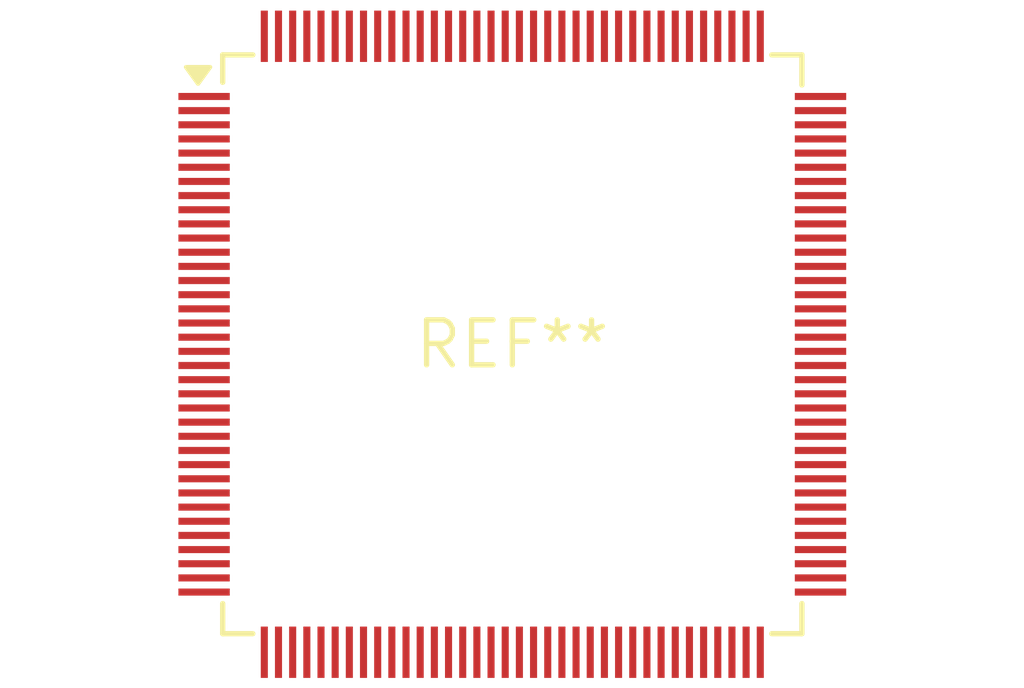
<source format=kicad_pcb>
(kicad_pcb (version 20240108) (generator pcbnew)
  (layers (0 "F.Cu" signal) (31 "B.Cu" signal) (34 "B.Paste" user) (35 "F.Paste" user) (36 "B.SilkS" user "B.Silkscreen") (37 "F.SilkS" user "F.Silkscreen") (38 "B.Mask" user) (39 "F.Mask" user) (44 "Edge.Cuts" user))
  (net 0 "")
  (footprint "TQFP-144_16x16mm_P0.4mm" (layer "F.Cu") (at 0 0)
    (property "Reference" "REF**")
    (property "Value" "TQFP-144_16x16mm_P0.4mm")
    (fp_line (start -8.175 -8.175) (end -8.175 -7.4) (layer "F.SilkS") (stroke (width 0.15)))
    (fp_line (start -8.175 -8.175) (end -7.325 -8.175) (layer "F.SilkS") (stroke (width 0.15)))
    (fp_line (start -8.175 8.175) (end -8.175 7.325) (layer "F.SilkS") (stroke (width 0.15)))
    (fp_line (start -8.175 8.175) (end -7.325 8.175) (layer "F.SilkS") (stroke (width 0.15)))
    (fp_line (start 8.175 -8.175) (end 7.325 -8.175) (layer "F.SilkS") (stroke (width 0.15)))
    (fp_line (start 8.175 -8.175) (end 8.175 -7.325) (layer "F.SilkS") (stroke (width 0.15)))
    (fp_line (start 8.175 8.175) (end 7.325 8.175) (layer "F.SilkS") (stroke (width 0.15)))
    (fp_line (start 8.175 8.175) (end 8.175 7.325) (layer "F.SilkS") (stroke (width 0.15)))
    (fp_poly (pts (xy -8.87 -7.36) (xy -9.21 -7.83) (xy -8.53 -7.83) (xy -8.87 -7.36)) (layer "F.SilkS") (stroke (width 0.12)) (fill solid))
    (pad "1" smd rect (at -8.7 -7) (size 1.45 0.2) (layers "F.Cu" "F.Paste" "F.Mask"))
    (pad "2" smd rect (at -8.7 -6.6) (size 1.45 0.2) (layers "F.Cu" "F.Paste" "F.Mask"))
    (pad "3" smd rect (at -8.7 -6.2) (size 1.45 0.2) (layers "F.Cu" "F.Paste" "F.Mask"))
    (pad "4" smd rect (at -8.7 -5.8) (size 1.45 0.2) (layers "F.Cu" "F.Paste" "F.Mask"))
    (pad "5" smd rect (at -8.7 -5.4) (size 1.45 0.2) (layers "F.Cu" "F.Paste" "F.Mask"))
    (pad "6" smd rect (at -8.7 -5) (size 1.45 0.2) (layers "F.Cu" "F.Paste" "F.Mask"))
    (pad "7" smd rect (at -8.7 -4.6) (size 1.45 0.2) (layers "F.Cu" "F.Paste" "F.Mask"))
    (pad "8" smd rect (at -8.7 -4.2) (size 1.45 0.2) (layers "F.Cu" "F.Paste" "F.Mask"))
    (pad "9" smd rect (at -8.7 -3.8) (size 1.45 0.2) (layers "F.Cu" "F.Paste" "F.Mask"))
    (pad "10" smd rect (at -8.7 -3.4) (size 1.45 0.2) (layers "F.Cu" "F.Paste" "F.Mask"))
    (pad "11" smd rect (at -8.7 -3) (size 1.45 0.2) (layers "F.Cu" "F.Paste" "F.Mask"))
    (pad "12" smd rect (at -8.7 -2.6) (size 1.45 0.2) (layers "F.Cu" "F.Paste" "F.Mask"))
    (pad "13" smd rect (at -8.7 -2.2) (size 1.45 0.2) (layers "F.Cu" "F.Paste" "F.Mask"))
    (pad "14" smd rect (at -8.7 -1.8) (size 1.45 0.2) (layers "F.Cu" "F.Paste" "F.Mask"))
    (pad "15" smd rect (at -8.7 -1.4) (size 1.45 0.2) (layers "F.Cu" "F.Paste" "F.Mask"))
    (pad "16" smd rect (at -8.7 -1) (size 1.45 0.2) (layers "F.Cu" "F.Paste" "F.Mask"))
    (pad "17" smd rect (at -8.7 -0.6) (size 1.45 0.2) (layers "F.Cu" "F.Paste" "F.Mask"))
    (pad "18" smd rect (at -8.7 -0.2) (size 1.45 0.2) (layers "F.Cu" "F.Paste" "F.Mask"))
    (pad "19" smd rect (at -8.7 0.2) (size 1.45 0.2) (layers "F.Cu" "F.Paste" "F.Mask"))
    (pad "20" smd rect (at -8.7 0.6) (size 1.45 0.2) (layers "F.Cu" "F.Paste" "F.Mask"))
    (pad "21" smd rect (at -8.7 1) (size 1.45 0.2) (layers "F.Cu" "F.Paste" "F.Mask"))
    (pad "22" smd rect (at -8.7 1.4) (size 1.45 0.2) (layers "F.Cu" "F.Paste" "F.Mask"))
    (pad "23" smd rect (at -8.7 1.8) (size 1.45 0.2) (layers "F.Cu" "F.Paste" "F.Mask"))
    (pad "24" smd rect (at -8.7 2.2) (size 1.45 0.2) (layers "F.Cu" "F.Paste" "F.Mask"))
    (pad "25" smd rect (at -8.7 2.6) (size 1.45 0.2) (layers "F.Cu" "F.Paste" "F.Mask"))
    (pad "26" smd rect (at -8.7 3) (size 1.45 0.2) (layers "F.Cu" "F.Paste" "F.Mask"))
    (pad "27" smd rect (at -8.7 3.4) (size 1.45 0.2) (layers "F.Cu" "F.Paste" "F.Mask"))
    (pad "28" smd rect (at -8.7 3.8) (size 1.45 0.2) (layers "F.Cu" "F.Paste" "F.Mask"))
    (pad "29" smd rect (at -8.7 4.2) (size 1.45 0.2) (layers "F.Cu" "F.Paste" "F.Mask"))
    (pad "30" smd rect (at -8.7 4.6) (size 1.45 0.2) (layers "F.Cu" "F.Paste" "F.Mask"))
    (pad "31" smd rect (at -8.7 5) (size 1.45 0.2) (layers "F.Cu" "F.Paste" "F.Mask"))
    (pad "32" smd rect (at -8.7 5.4) (size 1.45 0.2) (layers "F.Cu" "F.Paste" "F.Mask"))
    (pad "33" smd rect (at -8.7 5.8) (size 1.45 0.2) (layers "F.Cu" "F.Paste" "F.Mask"))
    (pad "34" smd rect (at -8.7 6.2) (size 1.45 0.2) (layers "F.Cu" "F.Paste" "F.Mask"))
    (pad "35" smd rect (at -8.7 6.6) (size 1.45 0.2) (layers "F.Cu" "F.Paste" "F.Mask"))
    (pad "36" smd rect (at -8.7 7) (size 1.45 0.2) (layers "F.Cu" "F.Paste" "F.Mask"))
    (pad "37" smd rect (at -7 8.7 90) (size 1.45 0.2) (layers "F.Cu" "F.Paste" "F.Mask"))
    (pad "38" smd rect (at -6.6 8.7 90) (size 1.45 0.2) (layers "F.Cu" "F.Paste" "F.Mask"))
    (pad "39" smd rect (at -6.2 8.7 90) (size 1.45 0.2) (layers "F.Cu" "F.Paste" "F.Mask"))
    (pad "40" smd rect (at -5.8 8.7 90) (size 1.45 0.2) (layers "F.Cu" "F.Paste" "F.Mask"))
    (pad "41" smd rect (at -5.4 8.7 90) (size 1.45 0.2) (layers "F.Cu" "F.Paste" "F.Mask"))
    (pad "42" smd rect (at -5 8.7 90) (size 1.45 0.2) (layers "F.Cu" "F.Paste" "F.Mask"))
    (pad "43" smd rect (at -4.6 8.7 90) (size 1.45 0.2) (layers "F.Cu" "F.Paste" "F.Mask"))
    (pad "44" smd rect (at -4.2 8.7 90) (size 1.45 0.2) (layers "F.Cu" "F.Paste" "F.Mask"))
    (pad "45" smd rect (at -3.8 8.7 90) (size 1.45 0.2) (layers "F.Cu" "F.Paste" "F.Mask"))
    (pad "46" smd rect (at -3.4 8.7 90) (size 1.45 0.2) (layers "F.Cu" "F.Paste" "F.Mask"))
    (pad "47" smd rect (at -3 8.7 90) (size 1.45 0.2) (layers "F.Cu" "F.Paste" "F.Mask"))
    (pad "48" smd rect (at -2.6 8.7 90) (size 1.45 0.2) (layers "F.Cu" "F.Paste" "F.Mask"))
    (pad "49" smd rect (at -2.2 8.7 90) (size 1.45 0.2) (layers "F.Cu" "F.Paste" "F.Mask"))
    (pad "50" smd rect (at -1.8 8.7 90) (size 1.45 0.2) (layers "F.Cu" "F.Paste" "F.Mask"))
    (pad "51" smd rect (at -1.4 8.7 90) (size 1.45 0.2) (layers "F.Cu" "F.Paste" "F.Mask"))
    (pad "52" smd rect (at -1 8.7 90) (size 1.45 0.2) (layers "F.Cu" "F.Paste" "F.Mask"))
    (pad "53" smd rect (at -0.6 8.7 90) (size 1.45 0.2) (layers "F.Cu" "F.Paste" "F.Mask"))
    (pad "54" smd rect (at -0.2 8.7 90) (size 1.45 0.2) (layers "F.Cu" "F.Paste" "F.Mask"))
    (pad "55" smd rect (at 0.2 8.7 90) (size 1.45 0.2) (layers "F.Cu" "F.Paste" "F.Mask"))
    (pad "56" smd rect (at 0.6 8.7 90) (size 1.45 0.2) (layers "F.Cu" "F.Paste" "F.Mask"))
    (pad "57" smd rect (at 1 8.7 90) (size 1.45 0.2) (layers "F.Cu" "F.Paste" "F.Mask"))
    (pad "58" smd rect (at 1.4 8.7 90) (size 1.45 0.2) (layers "F.Cu" "F.Paste" "F.Mask"))
    (pad "59" smd rect (at 1.8 8.7 90) (size 1.45 0.2) (layers "F.Cu" "F.Paste" "F.Mask"))
    (pad "60" smd rect (at 2.2 8.7 90) (size 1.45 0.2) (layers "F.Cu" "F.Paste" "F.Mask"))
    (pad "61" smd rect (at 2.6 8.7 90) (size 1.45 0.2) (layers "F.Cu" "F.Paste" "F.Mask"))
    (pad "62" smd rect (at 3 8.7 90) (size 1.45 0.2) (layers "F.Cu" "F.Paste" "F.Mask"))
    (pad "63" smd rect (at 3.4 8.7 90) (size 1.45 0.2) (layers "F.Cu" "F.Paste" "F.Mask"))
    (pad "64" smd rect (at 3.8 8.7 90) (size 1.45 0.2) (layers "F.Cu" "F.Paste" "F.Mask"))
    (pad "65" smd rect (at 4.2 8.7 90) (size 1.45 0.2) (layers "F.Cu" "F.Paste" "F.Mask"))
    (pad "66" smd rect (at 4.6 8.7 90) (size 1.45 0.2) (layers "F.Cu" "F.Paste" "F.Mask"))
    (pad "67" smd rect (at 5 8.7 90) (size 1.45 0.2) (layers "F.Cu" "F.Paste" "F.Mask"))
    (pad "68" smd rect (at 5.4 8.7 90) (size 1.45 0.2) (layers "F.Cu" "F.Paste" "F.Mask"))
    (pad "69" smd rect (at 5.8 8.7 90) (size 1.45 0.2) (layers "F.Cu" "F.Paste" "F.Mask"))
    (pad "70" smd rect (at 6.2 8.7 90) (size 1.45 0.2) (layers "F.Cu" "F.Paste" "F.Mask"))
    (pad "71" smd rect (at 6.6 8.7 90) (size 1.45 0.2) (layers "F.Cu" "F.Paste" "F.Mask"))
    (pad "72" smd rect (at 7 8.7 90) (size 1.45 0.2) (layers "F.Cu" "F.Paste" "F.Mask"))
    (pad "73" smd rect (at 8.7 7) (size 1.45 0.2) (layers "F.Cu" "F.Paste" "F.Mask"))
    (pad "74" smd rect (at 8.7 6.6) (size 1.45 0.2) (layers "F.Cu" "F.Paste" "F.Mask"))
    (pad "75" smd rect (at 8.7 6.2) (size 1.45 0.2) (layers "F.Cu" "F.Paste" "F.Mask"))
    (pad "76" smd rect (at 8.7 5.8) (size 1.45 0.2) (layers "F.Cu" "F.Paste" "F.Mask"))
    (pad "77" smd rect (at 8.7 5.4) (size 1.45 0.2) (layers "F.Cu" "F.Paste" "F.Mask"))
    (pad "78" smd rect (at 8.7 5) (size 1.45 0.2) (layers "F.Cu" "F.Paste" "F.Mask"))
    (pad "79" smd rect (at 8.7 4.6) (size 1.45 0.2) (layers "F.Cu" "F.Paste" "F.Mask"))
    (pad "80" smd rect (at 8.7 4.2) (size 1.45 0.2) (layers "F.Cu" "F.Paste" "F.Mask"))
    (pad "81" smd rect (at 8.7 3.8) (size 1.45 0.2) (layers "F.Cu" "F.Paste" "F.Mask"))
    (pad "82" smd rect (at 8.7 3.4) (size 1.45 0.2) (layers "F.Cu" "F.Paste" "F.Mask"))
    (pad "83" smd rect (at 8.7 3) (size 1.45 0.2) (layers "F.Cu" "F.Paste" "F.Mask"))
    (pad "84" smd rect (at 8.7 2.6) (size 1.45 0.2) (layers "F.Cu" "F.Paste" "F.Mask"))
    (pad "85" smd rect (at 8.7 2.2) (size 1.45 0.2) (layers "F.Cu" "F.Paste" "F.Mask"))
    (pad "86" smd rect (at 8.7 1.8) (size 1.45 0.2) (layers "F.Cu" "F.Paste" "F.Mask"))
    (pad "87" smd rect (at 8.7 1.4) (size 1.45 0.2) (layers "F.Cu" "F.Paste" "F.Mask"))
    (pad "88" smd rect (at 8.7 1) (size 1.45 0.2) (layers "F.Cu" "F.Paste" "F.Mask"))
    (pad "89" smd rect (at 8.7 0.6) (size 1.45 0.2) (layers "F.Cu" "F.Paste" "F.Mask"))
    (pad "90" smd rect (at 8.7 0.2) (size 1.45 0.2) (layers "F.Cu" "F.Paste" "F.Mask"))
    (pad "91" smd rect (at 8.7 -0.2) (size 1.45 0.2) (layers "F.Cu" "F.Paste" "F.Mask"))
    (pad "92" smd rect (at 8.7 -0.6) (size 1.45 0.2) (layers "F.Cu" "F.Paste" "F.Mask"))
    (pad "93" smd rect (at 8.7 -1) (size 1.45 0.2) (layers "F.Cu" "F.Paste" "F.Mask"))
    (pad "94" smd rect (at 8.7 -1.4) (size 1.45 0.2) (layers "F.Cu" "F.Paste" "F.Mask"))
    (pad "95" smd rect (at 8.7 -1.8) (size 1.45 0.2) (layers "F.Cu" "F.Paste" "F.Mask"))
    (pad "96" smd rect (at 8.7 -2.2) (size 1.45 0.2) (layers "F.Cu" "F.Paste" "F.Mask"))
    (pad "97" smd rect (at 8.7 -2.6) (size 1.45 0.2) (layers "F.Cu" "F.Paste" "F.Mask"))
    (pad "98" smd rect (at 8.7 -3) (size 1.45 0.2) (layers "F.Cu" "F.Paste" "F.Mask"))
    (pad "99" smd rect (at 8.7 -3.4) (size 1.45 0.2) (layers "F.Cu" "F.Paste" "F.Mask"))
    (pad "100" smd rect (at 8.7 -3.8) (size 1.45 0.2) (layers "F.Cu" "F.Paste" "F.Mask"))
    (pad "101" smd rect (at 8.7 -4.2) (size 1.45 0.2) (layers "F.Cu" "F.Paste" "F.Mask"))
    (pad "102" smd rect (at 8.7 -4.6) (size 1.45 0.2) (layers "F.Cu" "F.Paste" "F.Mask"))
    (pad "103" smd rect (at 8.7 -5) (size 1.45 0.2) (layers "F.Cu" "F.Paste" "F.Mask"))
    (pad "104" smd rect (at 8.7 -5.4) (size 1.45 0.2) (layers "F.Cu" "F.Paste" "F.Mask"))
    (pad "105" smd rect (at 8.7 -5.8) (size 1.45 0.2) (layers "F.Cu" "F.Paste" "F.Mask"))
    (pad "106" smd rect (at 8.7 -6.2) (size 1.45 0.2) (layers "F.Cu" "F.Paste" "F.Mask"))
    (pad "107" smd rect (at 8.7 -6.6) (size 1.45 0.2) (layers "F.Cu" "F.Paste" "F.Mask"))
    (pad "108" smd rect (at 8.7 -7) (size 1.45 0.2) (layers "F.Cu" "F.Paste" "F.Mask"))
    (pad "109" smd rect (at 7 -8.7 90) (size 1.45 0.2) (layers "F.Cu" "F.Paste" "F.Mask"))
    (pad "110" smd rect (at 6.6 -8.7 90) (size 1.45 0.2) (layers "F.Cu" "F.Paste" "F.Mask"))
    (pad "111" smd rect (at 6.2 -8.7 90) (size 1.45 0.2) (layers "F.Cu" "F.Paste" "F.Mask"))
    (pad "112" smd rect (at 5.8 -8.7 90) (size 1.45 0.2) (layers "F.Cu" "F.Paste" "F.Mask"))
    (pad "113" smd rect (at 5.4 -8.7 90) (size 1.45 0.2) (layers "F.Cu" "F.Paste" "F.Mask"))
    (pad "114" smd rect (at 5 -8.7 90) (size 1.45 0.2) (layers "F.Cu" "F.Paste" "F.Mask"))
    (pad "115" smd rect (at 4.6 -8.7 90) (size 1.45 0.2) (layers "F.Cu" "F.Paste" "F.Mask"))
    (pad "116" smd rect (at 4.2 -8.7 90) (size 1.45 0.2) (layers "F.Cu" "F.Paste" "F.Mask"))
    (pad "117" smd rect (at 3.8 -8.7 90) (size 1.45 0.2) (layers "F.Cu" "F.Paste" "F.Mask"))
    (pad "118" smd rect (at 3.4 -8.7 90) (size 1.45 0.2) (layers "F.Cu" "F.Paste" "F.Mask"))
    (pad "119" smd rect (at 3 -8.7 90) (size 1.45 0.2) (layers "F.Cu" "F.Paste" "F.Mask"))
    (pad "120" smd rect (at 2.6 -8.7 90) (size 1.45 0.2) (layers "F.Cu" "F.Paste" "F.Mask"))
    (pad "121" smd rect (at 2.2 -8.7 90) (size 1.45 0.2) (layers "F.Cu" "F.Paste" "F.Mask"))
    (pad "122" smd rect (at 1.8 -8.7 90) (size 1.45 0.2) (layers "F.Cu" "F.Paste" "F.Mask"))
    (pad "123" smd rect (at 1.4 -8.7 90) (size 1.45 0.2) (layers "F.Cu" "F.Paste" "F.Mask"))
    (pad "124" smd rect (at 1 -8.7 90) (size 1.45 0.2) (layers "F.Cu" "F.Paste" "F.Mask"))
    (pad "125" smd rect (at 0.6 -8.7 90) (size 1.45 0.2) (layers "F.Cu" "F.Paste" "F.Mask"))
    (pad "126" smd rect (at 0.2 -8.7 90) (size 1.45 0.2) (layers "F.Cu" "F.Paste" "F.Mask"))
    (pad "127" smd rect (at -0.2 -8.7 90) (size 1.45 0.2) (layers "F.Cu" "F.Paste" "F.Mask"))
    (pad "128" smd rect (at -0.6 -8.7 90) (size 1.45 0.2) (layers "F.Cu" "F.Paste" "F.Mask"))
    (pad "129" smd rect (at -1 -8.7 90) (size 1.45 0.2) (layers "F.Cu" "F.Paste" "F.Mask"))
    (pad "130" smd rect (at -1.4 -8.7 90) (size 1.45 0.2) (layers "F.Cu" "F.Paste" "F.Mask"))
    (pad "131" smd rect (at -1.8 -8.7 90) (size 1.45 0.2) (layers "F.Cu" "F.Paste" "F.Mask"))
    (pad "132" smd rect (at -2.2 -8.7 90) (size 1.45 0.2) (layers "F.Cu" "F.Paste" "F.Mask"))
    (pad "133" smd rect (at -2.6 -8.7 90) (size 1.45 0.2) (layers "F.Cu" "F.Paste" "F.Mask"))
    (pad "134" smd rect (at -3 -8.7 90) (size 1.45 0.2) (layers "F.Cu" "F.Paste" "F.Mask"))
    (pad "135" smd rect (at -3.4 -8.7 90) (size 1.45 0.2) (layers "F.Cu" "F.Paste" "F.Mask"))
    (pad "136" smd rect (at -3.8 -8.7 90) (size 1.45 0.2) (layers "F.Cu" "F.Paste" "F.Mask"))
    (pad "137" smd rect (at -4.2 -8.7 90) (size 1.45 0.2) (layers "F.Cu" "F.Paste" "F.Mask"))
    (pad "138" smd rect (at -4.6 -8.7 90) (size 1.45 0.2) (layers "F.Cu" "F.Paste" "F.Mask"))
    (pad "139" smd rect (at -5 -8.7 90) (size 1.45 0.2) (layers "F.Cu" "F.Paste" "F.Mask"))
    (pad "140" smd rect (at -5.4 -8.7 90) (size 1.45 0.2) (layers "F.Cu" "F.Paste" "F.Mask"))
    (pad "141" smd rect (at -5.8 -8.7 90) (size 1.45 0.2) (layers "F.Cu" "F.Paste" "F.Mask"))
    (pad "142" smd rect (at -6.2 -8.7 90) (size 1.45 0.2) (layers "F.Cu" "F.Paste" "F.Mask"))
    (pad "143" smd rect (at -6.6 -8.7 90) (size 1.45 0.2) (layers "F.Cu" "F.Paste" "F.Mask"))
    (pad "144" smd rect (at -7 -8.7 90) (size 1.45 0.2) (layers "F.Cu" "F.Paste" "F.Mask"))
  )
)
</source>
